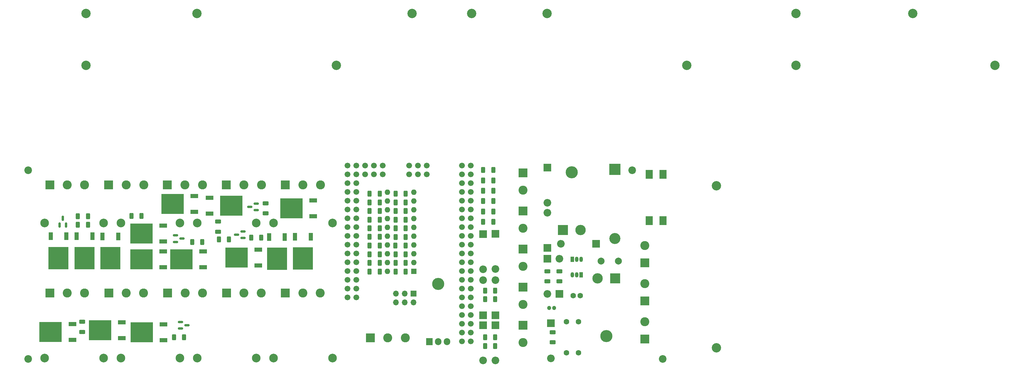
<source format=gbr>
%TF.GenerationSoftware,KiCad,Pcbnew,(6.0.0)*%
%TF.CreationDate,2022-05-14T17:25:00-07:00*%
%TF.ProjectId,Stencil,5374656e-6369-46c2-9e6b-696361645f70,rev?*%
%TF.SameCoordinates,Original*%
%TF.FileFunction,Soldermask,Bot*%
%TF.FilePolarity,Negative*%
%FSLAX46Y46*%
G04 Gerber Fmt 4.6, Leading zero omitted, Abs format (unit mm)*
G04 Created by KiCad (PCBNEW (6.0.0)) date 2022-05-14 17:25:00*
%MOMM*%
%LPD*%
G01*
G04 APERTURE LIST*
G04 Aperture macros list*
%AMRoundRect*
0 Rectangle with rounded corners*
0 $1 Rounding radius*
0 $2 $3 $4 $5 $6 $7 $8 $9 X,Y pos of 4 corners*
0 Add a 4 corners polygon primitive as box body*
4,1,4,$2,$3,$4,$5,$6,$7,$8,$9,$2,$3,0*
0 Add four circle primitives for the rounded corners*
1,1,$1+$1,$2,$3*
1,1,$1+$1,$4,$5*
1,1,$1+$1,$6,$7*
1,1,$1+$1,$8,$9*
0 Add four rect primitives between the rounded corners*
20,1,$1+$1,$2,$3,$4,$5,0*
20,1,$1+$1,$4,$5,$6,$7,0*
20,1,$1+$1,$6,$7,$8,$9,0*
20,1,$1+$1,$8,$9,$2,$3,0*%
G04 Aperture macros list end*
%ADD10RoundRect,0.250000X0.312500X0.625000X-0.312500X0.625000X-0.312500X-0.625000X0.312500X-0.625000X0*%
%ADD11RoundRect,0.250000X0.625000X-0.312500X0.625000X0.312500X-0.625000X0.312500X-0.625000X-0.312500X0*%
%ADD12RoundRect,0.250000X-0.312500X-0.625000X0.312500X-0.625000X0.312500X0.625000X-0.312500X0.625000X0*%
%ADD13R,2.600000X2.600000*%
%ADD14C,2.600000*%
%ADD15RoundRect,0.250000X-0.625000X0.312500X-0.625000X-0.312500X0.625000X-0.312500X0.625000X0.312500X0*%
%ADD16R,2.200000X1.200000*%
%ADD17R,6.400000X5.800000*%
%ADD18C,2.700000*%
%ADD19O,3.500000X3.500000*%
%ADD20R,3.000000X3.000000*%
%ADD21O,3.000000X3.000000*%
%ADD22R,1.200000X2.200000*%
%ADD23R,5.800000X6.400000*%
%ADD24RoundRect,0.150000X0.587500X0.150000X-0.587500X0.150000X-0.587500X-0.150000X0.587500X-0.150000X0*%
%ADD25R,2.200000X2.200000*%
%ADD26O,2.200000X2.200000*%
%ADD27C,2.500000*%
%ADD28R,1.905000X2.000000*%
%ADD29O,1.905000X2.000000*%
%ADD30C,1.676400*%
%ADD31R,3.200000X3.200000*%
%ADD32O,3.200000X3.200000*%
%ADD33C,1.600000*%
%ADD34C,2.200000*%
%ADD35RoundRect,0.150000X-0.587500X-0.150000X0.587500X-0.150000X0.587500X0.150000X-0.587500X0.150000X0*%
%ADD36RoundRect,0.150000X0.150000X-0.587500X0.150000X0.587500X-0.150000X0.587500X-0.150000X-0.587500X0*%
%ADD37R,1.600000X1.600000*%
%ADD38O,1.600000X1.600000*%
%ADD39R,1.050000X1.500000*%
%ADD40O,1.050000X1.500000*%
%ADD41C,1.200000*%
%ADD42R,1.700000X1.700000*%
%ADD43O,1.700000X1.700000*%
%ADD44R,2.000000X2.500000*%
%ADD45C,2.000000*%
G04 APERTURE END LIST*
D10*
%TO.C,R107*%
X165385000Y-99452976D03*
X162460000Y-99452976D03*
%TD*%
D11*
%TO.C,R122*%
X99730000Y-105985476D03*
X99730000Y-103060476D03*
%TD*%
D12*
%TO.C,R132*%
X163017500Y-130812976D03*
X165942500Y-130812976D03*
%TD*%
%TO.C,R114*%
X95517500Y-113012976D03*
X98442500Y-113012976D03*
%TD*%
D13*
%TO.C,J27*%
X173960000Y-127292976D03*
D14*
X173960000Y-132292976D03*
%TD*%
D12*
%TO.C,R163*%
X129692500Y-107812976D03*
X132617500Y-107812976D03*
%TD*%
D13*
%TO.C,J13*%
X71460000Y-128987976D03*
D14*
X76460000Y-128987976D03*
X81460000Y-128987976D03*
%TD*%
D15*
%TO.C,R121*%
X85940000Y-108350476D03*
X85940000Y-111275476D03*
%TD*%
D13*
%TO.C,J16*%
X105410000Y-128992976D03*
D14*
X110410000Y-128992976D03*
X115410000Y-128992976D03*
%TD*%
D16*
%TO.C,Q11*%
X70160000Y-109512976D03*
D17*
X63860000Y-111792976D03*
D16*
X70160000Y-114072976D03*
%TD*%
%TO.C,Q7*%
X58235000Y-137512976D03*
D17*
X51935000Y-139792976D03*
D16*
X58235000Y-142072976D03*
%TD*%
D18*
%TO.C,REF\u002A\u002A*%
X47860000Y-63192976D03*
%TD*%
%TO.C,REF\u002A\u002A*%
X229776897Y-98001156D03*
%TD*%
D13*
%TO.C,J20*%
X71375000Y-97792976D03*
D14*
X76455000Y-97792976D03*
X81535000Y-97792976D03*
%TD*%
D12*
%TO.C,R161*%
X129692500Y-110312976D03*
X132617500Y-110312976D03*
%TD*%
D11*
%TO.C,R145*%
X182480000Y-143235476D03*
X182480000Y-140310476D03*
%TD*%
D12*
%TO.C,R109*%
X45535000Y-106792976D03*
X48460000Y-106792976D03*
%TD*%
D10*
%TO.C,R99*%
X165385000Y-93452976D03*
X162460000Y-93452976D03*
%TD*%
D12*
%TO.C,R150*%
X137192500Y-122812976D03*
X140117500Y-122812976D03*
%TD*%
D19*
%TO.C,Q41*%
X188000000Y-94132976D03*
D20*
X185460000Y-110792976D03*
D21*
X190540000Y-110792976D03*
%TD*%
D10*
%TO.C,R102*%
X76202500Y-141772976D03*
X73277500Y-141772976D03*
%TD*%
D16*
%TO.C,Q5*%
X43960000Y-138012976D03*
D17*
X37660000Y-140292976D03*
D16*
X43960000Y-142572976D03*
%TD*%
D22*
%TO.C,Q19*%
X100680000Y-112842976D03*
D23*
X102960000Y-119142976D03*
D22*
X105240000Y-112842976D03*
%TD*%
D12*
%TO.C,R164*%
X137192500Y-105312976D03*
X140117500Y-105312976D03*
%TD*%
%TO.C,R156*%
X137135000Y-115292976D03*
X140060000Y-115292976D03*
%TD*%
D13*
%TO.C,J22*%
X173960000Y-105292976D03*
D14*
X173960000Y-110292976D03*
%TD*%
D24*
%TO.C,Q22*%
X93197500Y-111192976D03*
X93197500Y-113092976D03*
X91322500Y-112142976D03*
%TD*%
D25*
%TO.C,D194*%
X162460000Y-135452976D03*
D26*
X162460000Y-125292976D03*
%TD*%
D27*
%TO.C,A4*%
X101960000Y-147792976D03*
X101960000Y-108792976D03*
X118960000Y-147792976D03*
X118960000Y-108792976D03*
%TD*%
D19*
%TO.C,U2*%
X149460000Y-126362976D03*
D28*
X146920000Y-143022976D03*
D29*
X149460000Y-143022976D03*
X152000000Y-143022976D03*
%TD*%
D18*
%TO.C,REF\u002A\u002A*%
X286385000Y-48217976D03*
%TD*%
D30*
%TO.C,U1*%
X158915000Y-135372976D03*
X156375000Y-135372976D03*
X158915000Y-137912976D03*
X156375000Y-137912976D03*
X141135000Y-92192976D03*
X123355000Y-130292976D03*
X125895000Y-130292976D03*
X123355000Y-127752976D03*
X125895000Y-127752976D03*
X123355000Y-125212976D03*
X125895000Y-125212976D03*
X123355000Y-122672976D03*
X125895000Y-122672976D03*
X123355000Y-120132976D03*
X125895000Y-120132976D03*
X123355000Y-117592976D03*
X125895000Y-117592976D03*
X123355000Y-115052976D03*
X125895000Y-115052976D03*
X123355000Y-112512976D03*
X125895000Y-112512976D03*
X156375000Y-132832976D03*
X156375000Y-127752976D03*
X158915000Y-127752976D03*
X156375000Y-125212976D03*
X158915000Y-125212976D03*
X156375000Y-122672976D03*
X158915000Y-122672976D03*
X156375000Y-120132976D03*
X158915000Y-120132976D03*
X156375000Y-117592976D03*
X158915000Y-117592976D03*
X156375000Y-115052976D03*
X158915000Y-115052976D03*
X156375000Y-112512976D03*
X158915000Y-112512976D03*
X156375000Y-109972976D03*
X158915000Y-109972976D03*
X156375000Y-107432976D03*
X158915000Y-107432976D03*
X156375000Y-104892976D03*
X158915000Y-104892976D03*
X156375000Y-102352976D03*
X158915000Y-102352976D03*
X156375000Y-99812976D03*
X158915000Y-99812976D03*
X156375000Y-97272976D03*
X158915000Y-97272976D03*
X156375000Y-94732976D03*
X158915000Y-94732976D03*
X156375000Y-92192976D03*
X158915000Y-92192976D03*
X123355000Y-109972976D03*
X125895000Y-109972976D03*
X123355000Y-107432976D03*
X125895000Y-107432976D03*
X123355000Y-104892976D03*
X125895000Y-104892976D03*
X123355000Y-102352976D03*
X125895000Y-102352976D03*
X123355000Y-99812976D03*
X125895000Y-99812976D03*
X123355000Y-97272976D03*
X125895000Y-97272976D03*
X123355000Y-94732976D03*
X125895000Y-94732976D03*
X123355000Y-92192976D03*
X125895000Y-92192976D03*
X128435000Y-92192976D03*
X128435000Y-94732976D03*
X130975000Y-92192976D03*
X130975000Y-94732976D03*
X133515000Y-92192976D03*
X133515000Y-94732976D03*
X158915000Y-140452976D03*
X156375000Y-140452976D03*
X146215000Y-92192976D03*
X141135000Y-94732976D03*
X143675000Y-92192976D03*
X146215000Y-94732976D03*
X158915000Y-132832976D03*
X156375000Y-130292976D03*
X143675000Y-94732976D03*
X158915000Y-130292976D03*
X158915000Y-142992976D03*
X156375000Y-142992976D03*
%TD*%
D19*
%TO.C,Q42*%
X198020000Y-141452976D03*
D20*
X200560000Y-124792976D03*
D21*
X195480000Y-124792976D03*
%TD*%
D13*
%TO.C,J29*%
X209060000Y-120292976D03*
D14*
X209060000Y-115292976D03*
%TD*%
D18*
%TO.C,REF\u002A\u002A*%
X141960000Y-48217976D03*
%TD*%
%TO.C,REF\u002A\u002A*%
X252710000Y-48217976D03*
%TD*%
D25*
%TO.C,D204*%
X181960000Y-137712976D03*
D26*
X181960000Y-147872976D03*
%TD*%
D31*
%TO.C,D201*%
X200460000Y-93292976D03*
D32*
X200460000Y-113292976D03*
%TD*%
D33*
%TO.C,C2*%
X190460000Y-129792976D03*
X188460000Y-129792976D03*
%TD*%
D34*
%TO.C,MT3*%
X214210000Y-148042976D03*
%TD*%
D25*
%TO.C,D197*%
X162460000Y-138292976D03*
D26*
X162460000Y-148452976D03*
%TD*%
D12*
%TO.C,R153*%
X129692500Y-120312976D03*
X132617500Y-120312976D03*
%TD*%
D10*
%TO.C,R118*%
X165385000Y-108452976D03*
X162460000Y-108452976D03*
%TD*%
D12*
%TO.C,R159*%
X129692500Y-112792976D03*
X132617500Y-112792976D03*
%TD*%
D16*
%TO.C,Q6*%
X70235000Y-138037976D03*
D17*
X63935000Y-140317976D03*
D16*
X70235000Y-142597976D03*
%TD*%
D12*
%TO.C,R165*%
X129692500Y-105312976D03*
X132617500Y-105312976D03*
%TD*%
D16*
%TO.C,Q10*%
X81660000Y-117012976D03*
D17*
X75360000Y-119292976D03*
D16*
X81660000Y-121572976D03*
%TD*%
D12*
%TO.C,R167*%
X129692500Y-102812976D03*
X132617500Y-102812976D03*
%TD*%
D13*
%TO.C,J21*%
X173960000Y-116292976D03*
D14*
X173960000Y-121292976D03*
%TD*%
D12*
%TO.C,R168*%
X137192500Y-100312976D03*
X140117500Y-100312976D03*
%TD*%
D10*
%TO.C,R113*%
X89152500Y-113522976D03*
X86227500Y-113522976D03*
%TD*%
D22*
%TO.C,Q18*%
X108180000Y-112742976D03*
D23*
X110460000Y-119042976D03*
D22*
X112740000Y-112742976D03*
%TD*%
D35*
%TO.C,Q12*%
X73672500Y-114242976D03*
X73672500Y-112342976D03*
X75547500Y-113292976D03*
%TD*%
D11*
%TO.C,R147*%
X184460000Y-125637976D03*
X184460000Y-122712976D03*
%TD*%
D16*
%TO.C,Q26*%
X79160000Y-101012976D03*
D17*
X72860000Y-103292976D03*
D16*
X79160000Y-105572976D03*
%TD*%
D24*
%TO.C,Q30*%
X96997500Y-103142976D03*
X96997500Y-105042976D03*
X95122500Y-104092976D03*
%TD*%
D11*
%TO.C,R101*%
X46780000Y-140235476D03*
X46780000Y-137310476D03*
%TD*%
D12*
%TO.C,R166*%
X137192500Y-102812976D03*
X140117500Y-102812976D03*
%TD*%
%TO.C,R155*%
X129692500Y-117812976D03*
X132617500Y-117812976D03*
%TD*%
D13*
%TO.C,J14*%
X54460000Y-128987976D03*
D14*
X59460000Y-128987976D03*
X64460000Y-128987976D03*
%TD*%
D12*
%TO.C,R133*%
X163017500Y-128312976D03*
X165942500Y-128312976D03*
%TD*%
D16*
%TO.C,Q25*%
X83510000Y-106072976D03*
D17*
X89810000Y-103792976D03*
D16*
X83510000Y-101512976D03*
%TD*%
D13*
%TO.C,J12*%
X37460000Y-128987976D03*
D14*
X42460000Y-128987976D03*
X47460000Y-128987976D03*
%TD*%
D12*
%TO.C,R157*%
X129692500Y-115292976D03*
X132617500Y-115292976D03*
%TD*%
%TO.C,R110*%
X45517500Y-109312976D03*
X48442500Y-109312976D03*
%TD*%
%TO.C,R169*%
X129692500Y-100312976D03*
X132617500Y-100312976D03*
%TD*%
D36*
%TO.C,Q16*%
X42160000Y-109330476D03*
X40260000Y-109330476D03*
X41210000Y-107455476D03*
%TD*%
D16*
%TO.C,Q17*%
X97585000Y-116512976D03*
D17*
X91285000Y-118792976D03*
D16*
X97585000Y-121072976D03*
%TD*%
D12*
%TO.C,R151*%
X129692500Y-122812976D03*
X132617500Y-122812976D03*
%TD*%
%TO.C,R154*%
X137192500Y-117812976D03*
X140117500Y-117812976D03*
%TD*%
%TO.C,R106*%
X78517500Y-114312976D03*
X81442500Y-114312976D03*
%TD*%
%TO.C,R158*%
X137192500Y-112812976D03*
X140117500Y-112812976D03*
%TD*%
%TO.C,R160*%
X137192500Y-110312976D03*
X140117500Y-110312976D03*
%TD*%
%TO.C,R162*%
X137192500Y-107812976D03*
X140117500Y-107812976D03*
%TD*%
D13*
%TO.C,J24*%
X173960000Y-94292976D03*
D14*
X173960000Y-99292976D03*
%TD*%
D16*
%TO.C,Q9*%
X70160000Y-117012976D03*
D17*
X63860000Y-119292976D03*
D16*
X70160000Y-121572976D03*
%TD*%
D10*
%TO.C,R103*%
X165385000Y-96452976D03*
X162460000Y-96452976D03*
%TD*%
%TO.C,R116*%
X165385000Y-105452976D03*
X162460000Y-105452976D03*
%TD*%
D22*
%TO.C,Q15*%
X37680000Y-112592976D03*
D23*
X39960000Y-118892976D03*
D22*
X42240000Y-112592976D03*
%TD*%
%TO.C,Q13*%
X45180000Y-112592976D03*
D23*
X47460000Y-118892976D03*
D22*
X49740000Y-112592976D03*
%TD*%
%TO.C,Q14*%
X52655000Y-112667976D03*
D23*
X54935000Y-118967976D03*
D22*
X57215000Y-112667976D03*
%TD*%
D12*
%TO.C,R152*%
X137192500Y-120312976D03*
X140117500Y-120312976D03*
%TD*%
%TO.C,R135*%
X163017500Y-141812976D03*
X165942500Y-141812976D03*
%TD*%
%TO.C,R134*%
X163017500Y-144312976D03*
X165942500Y-144312976D03*
%TD*%
D13*
%TO.C,J26*%
X173960000Y-138292976D03*
D14*
X173960000Y-143292976D03*
%TD*%
D35*
%TO.C,Q8*%
X75122500Y-139292976D03*
X75122500Y-137392976D03*
X76997500Y-138342976D03*
%TD*%
D13*
%TO.C,J30*%
X129960000Y-141987976D03*
D14*
X134960000Y-141987976D03*
X139960000Y-141987976D03*
%TD*%
D10*
%TO.C,R111*%
X165385000Y-102452976D03*
X162460000Y-102452976D03*
%TD*%
D11*
%TO.C,R149*%
X180980000Y-125655476D03*
X180980000Y-122730476D03*
%TD*%
D16*
%TO.C,Q27*%
X113410000Y-102262976D03*
D17*
X107110000Y-104542976D03*
D16*
X113410000Y-106822976D03*
%TD*%
D13*
%TO.C,J15*%
X88460000Y-128992976D03*
D14*
X93460000Y-128992976D03*
X98460000Y-128992976D03*
%TD*%
D10*
%TO.C,R105*%
X63902500Y-106772976D03*
X60977500Y-106772976D03*
%TD*%
D18*
%TO.C,REF\u002A\u002A*%
X310135000Y-63192976D03*
%TD*%
D25*
%TO.C,D205*%
X184460000Y-129292976D03*
D26*
X184460000Y-119132976D03*
%TD*%
D13*
%TO.C,J25*%
X105380000Y-97792976D03*
D14*
X110460000Y-97792976D03*
X115540000Y-97792976D03*
%TD*%
D37*
%TO.C,SW1*%
X142460000Y-122737976D03*
D38*
X142460000Y-120197976D03*
X142460000Y-117657976D03*
X142460000Y-115117976D03*
X142460000Y-112577976D03*
X142460000Y-110037976D03*
X142460000Y-107497976D03*
X142460000Y-104957976D03*
X142460000Y-102417976D03*
X142460000Y-99877976D03*
X134840000Y-99877976D03*
X134840000Y-102417976D03*
X134840000Y-104957976D03*
X134840000Y-107497976D03*
X134840000Y-110037976D03*
X134840000Y-112577976D03*
X134840000Y-115117976D03*
X134840000Y-117657976D03*
X134840000Y-120197976D03*
X134840000Y-122737976D03*
%TD*%
D34*
%TO.C,MT4*%
X205460000Y-93542976D03*
%TD*%
%TO.C,MT1*%
X31210000Y-93542976D03*
%TD*%
D33*
%TO.C,C5*%
X189960000Y-146292976D03*
X186460000Y-146292976D03*
%TD*%
D18*
%TO.C,REF\u002A\u002A*%
X221185000Y-63217976D03*
%TD*%
D33*
%TO.C,C4*%
X189960000Y-137292976D03*
X186460000Y-137292976D03*
%TD*%
D39*
%TO.C,Q43*%
X190730000Y-123792976D03*
D40*
X189460000Y-123792976D03*
X188190000Y-123792976D03*
%TD*%
D18*
%TO.C,REF\u002A\u002A*%
X180935000Y-48242976D03*
%TD*%
%TO.C,REF\u002A\u002A*%
X229776897Y-144801156D03*
%TD*%
D41*
%TO.C,C3*%
X181460000Y-133292976D03*
X182960000Y-133292976D03*
%TD*%
D25*
%TO.C,D203*%
X180960000Y-119132976D03*
D26*
X180960000Y-129292976D03*
%TD*%
D13*
%TO.C,J19*%
X54375000Y-97792976D03*
D14*
X59455000Y-97792976D03*
X64535000Y-97792976D03*
%TD*%
D25*
%TO.C,D196*%
X165960000Y-138292976D03*
D26*
X165960000Y-148452976D03*
%TD*%
D13*
%TO.C,J11*%
X37460000Y-97797976D03*
D14*
X42460000Y-97797976D03*
X47460000Y-97797976D03*
%TD*%
D18*
%TO.C,REF\u002A\u002A*%
X252710000Y-63192976D03*
%TD*%
D25*
%TO.C,D199*%
X180960000Y-92792976D03*
D26*
X180960000Y-102952976D03*
%TD*%
D42*
%TO.C,J31*%
X142335000Y-129142976D03*
D43*
X142335000Y-131682976D03*
X139795000Y-129142976D03*
X139795000Y-131682976D03*
X137255000Y-129142976D03*
X137255000Y-131682976D03*
%TD*%
D25*
%TO.C,D200*%
X180960000Y-115952976D03*
D26*
X180960000Y-105792976D03*
%TD*%
D25*
%TO.C,D202*%
X195040000Y-114792976D03*
D26*
X184880000Y-114792976D03*
%TD*%
D25*
%TO.C,D198*%
X165960000Y-111932976D03*
D26*
X165960000Y-122092976D03*
%TD*%
D25*
%TO.C,D193*%
X162460000Y-111952976D03*
D26*
X162460000Y-122112976D03*
%TD*%
D44*
%TO.C,F1*%
X210365000Y-94687976D03*
X214365000Y-94687976D03*
X214365000Y-108087976D03*
X210365000Y-108087976D03*
%TD*%
D18*
%TO.C,REF\u002A\u002A*%
X120110000Y-63192976D03*
%TD*%
D27*
%TO.C,A3*%
X79960000Y-147792976D03*
X79960000Y-108792976D03*
X96960000Y-147792976D03*
X96960000Y-108792976D03*
%TD*%
D13*
%TO.C,J18*%
X209060000Y-131292976D03*
D14*
X209060000Y-126292976D03*
%TD*%
D13*
%TO.C,J17*%
X209060000Y-142292976D03*
D14*
X209060000Y-137292976D03*
%TD*%
D13*
%TO.C,J23*%
X88375000Y-97792976D03*
D14*
X93455000Y-97792976D03*
X98535000Y-97792976D03*
%TD*%
D25*
%TO.C,D195*%
X165960000Y-135452976D03*
D26*
X165960000Y-125292976D03*
%TD*%
D18*
%TO.C,REF\u002A\u002A*%
X47860000Y-48217976D03*
%TD*%
%TO.C,REF\u002A\u002A*%
X79860000Y-48217976D03*
%TD*%
D27*
%TO.C,A2*%
X57960000Y-147792976D03*
X57960000Y-108792976D03*
X74960000Y-147792976D03*
X74960000Y-108792976D03*
%TD*%
D18*
%TO.C,REF\u002A\u002A*%
X159135000Y-48242976D03*
%TD*%
D27*
%TO.C,A1*%
X35960000Y-147792976D03*
X35960000Y-108792976D03*
X52960000Y-147792976D03*
X52960000Y-108792976D03*
%TD*%
D39*
%TO.C,Q44*%
X188190000Y-119292976D03*
D40*
X189460000Y-119292976D03*
X190730000Y-119292976D03*
%TD*%
D45*
%TO.C,C1*%
X196460000Y-119792976D03*
X201460000Y-119792976D03*
%TD*%
D34*
%TO.C,MT2*%
X31210000Y-148042976D03*
%TD*%
M02*

</source>
